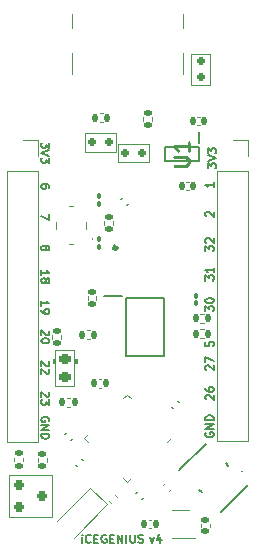
<source format=gbr>
%TF.GenerationSoftware,KiCad,Pcbnew,7.0.6*%
%TF.CreationDate,2023-07-23T20:03:58-07:00*%
%TF.ProjectId,iCEGenius,69434547-656e-4697-9573-2e6b69636164,rev?*%
%TF.SameCoordinates,Original*%
%TF.FileFunction,Legend,Top*%
%TF.FilePolarity,Positive*%
%FSLAX46Y46*%
G04 Gerber Fmt 4.6, Leading zero omitted, Abs format (unit mm)*
G04 Created by KiCad (PCBNEW 7.0.6) date 2023-07-23 20:03:58*
%MOMM*%
%LPD*%
G01*
G04 APERTURE LIST*
G04 Aperture macros list*
%AMRoundRect*
0 Rectangle with rounded corners*
0 $1 Rounding radius*
0 $2 $3 $4 $5 $6 $7 $8 $9 X,Y pos of 4 corners*
0 Add a 4 corners polygon primitive as box body*
4,1,4,$2,$3,$4,$5,$6,$7,$8,$9,$2,$3,0*
0 Add four circle primitives for the rounded corners*
1,1,$1+$1,$2,$3*
1,1,$1+$1,$4,$5*
1,1,$1+$1,$6,$7*
1,1,$1+$1,$8,$9*
0 Add four rect primitives between the rounded corners*
20,1,$1+$1,$2,$3,$4,$5,0*
20,1,$1+$1,$4,$5,$6,$7,0*
20,1,$1+$1,$6,$7,$8,$9,0*
20,1,$1+$1,$8,$9,$2,$3,0*%
%AMRotRect*
0 Rectangle, with rotation*
0 The origin of the aperture is its center*
0 $1 length*
0 $2 width*
0 $3 Rotation angle, in degrees counterclockwise*
0 Add horizontal line*
21,1,$1,$2,0,0,$3*%
G04 Aperture macros list end*
%ADD10C,0.150000*%
%ADD11C,0.254000*%
%ADD12C,0.120000*%
%ADD13C,0.100000*%
%ADD14C,0.325000*%
%ADD15C,0.200000*%
%ADD16R,1.700000X1.700000*%
%ADD17O,1.700000X1.700000*%
%ADD18RoundRect,0.135000X-0.185000X0.135000X-0.185000X-0.135000X0.185000X-0.135000X0.185000X0.135000X0*%
%ADD19RoundRect,0.218750X-0.256250X0.218750X-0.256250X-0.218750X0.256250X-0.218750X0.256250X0.218750X0*%
%ADD20RoundRect,0.140000X-0.021213X0.219203X-0.219203X0.021213X0.021213X-0.219203X0.219203X-0.021213X0*%
%ADD21RoundRect,0.150000X-0.150000X-0.200000X0.150000X-0.200000X0.150000X0.200000X-0.150000X0.200000X0*%
%ADD22RoundRect,0.062500X0.220971X0.309359X-0.309359X-0.220971X-0.220971X-0.309359X0.309359X0.220971X0*%
%ADD23RoundRect,0.062500X-0.220971X0.309359X-0.309359X0.220971X0.220971X-0.309359X0.309359X-0.220971X0*%
%ADD24RotRect,3.100000X3.100000X225.000000*%
%ADD25R,1.100000X1.300000*%
%ADD26RotRect,0.350000X0.850000X135.000000*%
%ADD27RotRect,0.350000X0.850000X45.000000*%
%ADD28RotRect,3.350000X3.350000X45.000000*%
%ADD29RoundRect,0.100000X0.021213X0.162635X-0.162635X-0.021213X-0.021213X-0.162635X0.162635X0.021213X0*%
%ADD30RoundRect,0.200000X-0.250000X-0.200000X0.250000X-0.200000X0.250000X0.200000X-0.250000X0.200000X0*%
%ADD31R,0.650000X0.400000*%
%ADD32RoundRect,0.135000X0.135000X0.185000X-0.135000X0.185000X-0.135000X-0.185000X0.135000X-0.185000X0*%
%ADD33RoundRect,0.135000X-0.135000X-0.185000X0.135000X-0.185000X0.135000X0.185000X-0.135000X0.185000X0*%
%ADD34R,1.525000X0.700000*%
%ADD35RoundRect,0.100000X-0.021213X-0.162635X0.162635X0.021213X0.021213X0.162635X-0.162635X-0.021213X0*%
%ADD36RoundRect,0.140000X-0.219203X-0.021213X-0.021213X-0.219203X0.219203X0.021213X0.021213X0.219203X0*%
%ADD37RoundRect,0.100000X-0.100000X0.130000X-0.100000X-0.130000X0.100000X-0.130000X0.100000X0.130000X0*%
%ADD38RoundRect,0.100000X-0.162635X0.021213X0.021213X-0.162635X0.162635X-0.021213X-0.021213X0.162635X0*%
%ADD39R,0.600000X0.900000*%
%ADD40RoundRect,0.135000X0.185000X-0.135000X0.185000X0.135000X-0.185000X0.135000X-0.185000X-0.135000X0*%
%ADD41RoundRect,0.150000X0.150000X0.200000X-0.150000X0.200000X-0.150000X-0.200000X0.150000X-0.200000X0*%
%ADD42RoundRect,0.140000X0.021213X-0.219203X0.219203X-0.021213X-0.021213X0.219203X-0.219203X0.021213X0*%
%ADD43RoundRect,0.140000X0.140000X0.170000X-0.140000X0.170000X-0.140000X-0.170000X0.140000X-0.170000X0*%
%ADD44RoundRect,0.100000X0.162635X-0.021213X-0.021213X0.162635X-0.162635X0.021213X0.021213X-0.162635X0*%
%ADD45RoundRect,0.100000X0.100000X-0.130000X0.100000X0.130000X-0.100000X0.130000X-0.100000X-0.130000X0*%
%ADD46RoundRect,0.140000X0.170000X-0.140000X0.170000X0.140000X-0.170000X0.140000X-0.170000X-0.140000X0*%
%ADD47RoundRect,0.150000X0.200000X-0.150000X0.200000X0.150000X-0.200000X0.150000X-0.200000X-0.150000X0*%
%ADD48C,0.650000*%
%ADD49R,0.600000X1.150000*%
%ADD50R,0.300000X1.150000*%
%ADD51O,1.000000X2.100000*%
%ADD52O,1.000000X1.800000*%
%ADD53RotRect,1.500000X1.700000X225.000000*%
%ADD54RoundRect,0.140000X-0.140000X-0.170000X0.140000X-0.170000X0.140000X0.170000X-0.140000X0.170000X0*%
%ADD55RoundRect,0.225000X-0.106066X0.424264X-0.424264X0.106066X0.106066X-0.424264X0.424264X-0.106066X0*%
G04 APERTURE END LIST*
D10*
X148693466Y-98632017D02*
X148693466Y-98232017D01*
X148693466Y-98432017D02*
X149393466Y-98432017D01*
X149393466Y-98432017D02*
X149293466Y-98365350D01*
X149293466Y-98365350D02*
X149226800Y-98298684D01*
X149226800Y-98298684D02*
X149193466Y-98232017D01*
X149093466Y-99032017D02*
X149126800Y-98965351D01*
X149126800Y-98965351D02*
X149160133Y-98932017D01*
X149160133Y-98932017D02*
X149226800Y-98898684D01*
X149226800Y-98898684D02*
X149260133Y-98898684D01*
X149260133Y-98898684D02*
X149326800Y-98932017D01*
X149326800Y-98932017D02*
X149360133Y-98965351D01*
X149360133Y-98965351D02*
X149393466Y-99032017D01*
X149393466Y-99032017D02*
X149393466Y-99165351D01*
X149393466Y-99165351D02*
X149360133Y-99232017D01*
X149360133Y-99232017D02*
X149326800Y-99265351D01*
X149326800Y-99265351D02*
X149260133Y-99298684D01*
X149260133Y-99298684D02*
X149226800Y-99298684D01*
X149226800Y-99298684D02*
X149160133Y-99265351D01*
X149160133Y-99265351D02*
X149126800Y-99232017D01*
X149126800Y-99232017D02*
X149093466Y-99165351D01*
X149093466Y-99165351D02*
X149093466Y-99032017D01*
X149093466Y-99032017D02*
X149060133Y-98965351D01*
X149060133Y-98965351D02*
X149026800Y-98932017D01*
X149026800Y-98932017D02*
X148960133Y-98898684D01*
X148960133Y-98898684D02*
X148826800Y-98898684D01*
X148826800Y-98898684D02*
X148760133Y-98932017D01*
X148760133Y-98932017D02*
X148726800Y-98965351D01*
X148726800Y-98965351D02*
X148693466Y-99032017D01*
X148693466Y-99032017D02*
X148693466Y-99165351D01*
X148693466Y-99165351D02*
X148726800Y-99232017D01*
X148726800Y-99232017D02*
X148760133Y-99265351D01*
X148760133Y-99265351D02*
X148826800Y-99298684D01*
X148826800Y-99298684D02*
X148960133Y-99298684D01*
X148960133Y-99298684D02*
X149026800Y-99265351D01*
X149026800Y-99265351D02*
X149060133Y-99232017D01*
X149060133Y-99232017D02*
X149093466Y-99165351D01*
X162673200Y-109167982D02*
X162639866Y-109134649D01*
X162639866Y-109134649D02*
X162606533Y-109067982D01*
X162606533Y-109067982D02*
X162606533Y-108901316D01*
X162606533Y-108901316D02*
X162639866Y-108834649D01*
X162639866Y-108834649D02*
X162673200Y-108801316D01*
X162673200Y-108801316D02*
X162739866Y-108767982D01*
X162739866Y-108767982D02*
X162806533Y-108767982D01*
X162806533Y-108767982D02*
X162906533Y-108801316D01*
X162906533Y-108801316D02*
X163306533Y-109201316D01*
X163306533Y-109201316D02*
X163306533Y-108767982D01*
X162606533Y-108167982D02*
X162606533Y-108301315D01*
X162606533Y-108301315D02*
X162639866Y-108367982D01*
X162639866Y-108367982D02*
X162673200Y-108401315D01*
X162673200Y-108401315D02*
X162773200Y-108467982D01*
X162773200Y-108467982D02*
X162906533Y-108501315D01*
X162906533Y-108501315D02*
X163173200Y-108501315D01*
X163173200Y-108501315D02*
X163239866Y-108467982D01*
X163239866Y-108467982D02*
X163273200Y-108434649D01*
X163273200Y-108434649D02*
X163306533Y-108367982D01*
X163306533Y-108367982D02*
X163306533Y-108234649D01*
X163306533Y-108234649D02*
X163273200Y-108167982D01*
X163273200Y-108167982D02*
X163239866Y-108134649D01*
X163239866Y-108134649D02*
X163173200Y-108101315D01*
X163173200Y-108101315D02*
X163006533Y-108101315D01*
X163006533Y-108101315D02*
X162939866Y-108134649D01*
X162939866Y-108134649D02*
X162906533Y-108167982D01*
X162906533Y-108167982D02*
X162873200Y-108234649D01*
X162873200Y-108234649D02*
X162873200Y-108367982D01*
X162873200Y-108367982D02*
X162906533Y-108434649D01*
X162906533Y-108434649D02*
X162939866Y-108467982D01*
X162939866Y-108467982D02*
X163006533Y-108501315D01*
X162606533Y-101701317D02*
X162606533Y-101267983D01*
X162606533Y-101267983D02*
X162873200Y-101501317D01*
X162873200Y-101501317D02*
X162873200Y-101401317D01*
X162873200Y-101401317D02*
X162906533Y-101334650D01*
X162906533Y-101334650D02*
X162939866Y-101301317D01*
X162939866Y-101301317D02*
X163006533Y-101267983D01*
X163006533Y-101267983D02*
X163173200Y-101267983D01*
X163173200Y-101267983D02*
X163239866Y-101301317D01*
X163239866Y-101301317D02*
X163273200Y-101334650D01*
X163273200Y-101334650D02*
X163306533Y-101401317D01*
X163306533Y-101401317D02*
X163306533Y-101601317D01*
X163306533Y-101601317D02*
X163273200Y-101667983D01*
X163273200Y-101667983D02*
X163239866Y-101701317D01*
X162606533Y-100834650D02*
X162606533Y-100767983D01*
X162606533Y-100767983D02*
X162639866Y-100701316D01*
X162639866Y-100701316D02*
X162673200Y-100667983D01*
X162673200Y-100667983D02*
X162739866Y-100634650D01*
X162739866Y-100634650D02*
X162873200Y-100601316D01*
X162873200Y-100601316D02*
X163039866Y-100601316D01*
X163039866Y-100601316D02*
X163173200Y-100634650D01*
X163173200Y-100634650D02*
X163239866Y-100667983D01*
X163239866Y-100667983D02*
X163273200Y-100701316D01*
X163273200Y-100701316D02*
X163306533Y-100767983D01*
X163306533Y-100767983D02*
X163306533Y-100834650D01*
X163306533Y-100834650D02*
X163273200Y-100901316D01*
X163273200Y-100901316D02*
X163239866Y-100934650D01*
X163239866Y-100934650D02*
X163173200Y-100967983D01*
X163173200Y-100967983D02*
X163039866Y-101001316D01*
X163039866Y-101001316D02*
X162873200Y-101001316D01*
X162873200Y-101001316D02*
X162739866Y-100967983D01*
X162739866Y-100967983D02*
X162673200Y-100934650D01*
X162673200Y-100934650D02*
X162639866Y-100901316D01*
X162639866Y-100901316D02*
X162606533Y-100834650D01*
X162639866Y-111967982D02*
X162606533Y-112034649D01*
X162606533Y-112034649D02*
X162606533Y-112134649D01*
X162606533Y-112134649D02*
X162639866Y-112234649D01*
X162639866Y-112234649D02*
X162706533Y-112301316D01*
X162706533Y-112301316D02*
X162773200Y-112334649D01*
X162773200Y-112334649D02*
X162906533Y-112367982D01*
X162906533Y-112367982D02*
X163006533Y-112367982D01*
X163006533Y-112367982D02*
X163139866Y-112334649D01*
X163139866Y-112334649D02*
X163206533Y-112301316D01*
X163206533Y-112301316D02*
X163273200Y-112234649D01*
X163273200Y-112234649D02*
X163306533Y-112134649D01*
X163306533Y-112134649D02*
X163306533Y-112067982D01*
X163306533Y-112067982D02*
X163273200Y-111967982D01*
X163273200Y-111967982D02*
X163239866Y-111934649D01*
X163239866Y-111934649D02*
X163006533Y-111934649D01*
X163006533Y-111934649D02*
X163006533Y-112067982D01*
X163306533Y-111634649D02*
X162606533Y-111634649D01*
X162606533Y-111634649D02*
X163306533Y-111234649D01*
X163306533Y-111234649D02*
X162606533Y-111234649D01*
X163306533Y-110901316D02*
X162606533Y-110901316D01*
X162606533Y-110901316D02*
X162606533Y-110734649D01*
X162606533Y-110734649D02*
X162639866Y-110634649D01*
X162639866Y-110634649D02*
X162706533Y-110567983D01*
X162706533Y-110567983D02*
X162773200Y-110534649D01*
X162773200Y-110534649D02*
X162906533Y-110501316D01*
X162906533Y-110501316D02*
X163006533Y-110501316D01*
X163006533Y-110501316D02*
X163139866Y-110534649D01*
X163139866Y-110534649D02*
X163206533Y-110567983D01*
X163206533Y-110567983D02*
X163273200Y-110634649D01*
X163273200Y-110634649D02*
X163306533Y-110734649D01*
X163306533Y-110734649D02*
X163306533Y-110901316D01*
X163306533Y-90767982D02*
X163306533Y-91167982D01*
X163306533Y-90967982D02*
X162606533Y-90967982D01*
X162606533Y-90967982D02*
X162706533Y-91034649D01*
X162706533Y-91034649D02*
X162773200Y-91101316D01*
X162773200Y-91101316D02*
X162806533Y-91167982D01*
X162606533Y-104301316D02*
X162606533Y-104634649D01*
X162606533Y-104634649D02*
X162939866Y-104667982D01*
X162939866Y-104667982D02*
X162906533Y-104634649D01*
X162906533Y-104634649D02*
X162873200Y-104567982D01*
X162873200Y-104567982D02*
X162873200Y-104401316D01*
X162873200Y-104401316D02*
X162906533Y-104334649D01*
X162906533Y-104334649D02*
X162939866Y-104301316D01*
X162939866Y-104301316D02*
X163006533Y-104267982D01*
X163006533Y-104267982D02*
X163173200Y-104267982D01*
X163173200Y-104267982D02*
X163239866Y-104301316D01*
X163239866Y-104301316D02*
X163273200Y-104334649D01*
X163273200Y-104334649D02*
X163306533Y-104401316D01*
X163306533Y-104401316D02*
X163306533Y-104567982D01*
X163306533Y-104567982D02*
X163273200Y-104634649D01*
X163273200Y-104634649D02*
X163239866Y-104667982D01*
X152165350Y-121306533D02*
X152165350Y-120839866D01*
X152165350Y-120606533D02*
X152132017Y-120639866D01*
X152132017Y-120639866D02*
X152165350Y-120673200D01*
X152165350Y-120673200D02*
X152198684Y-120639866D01*
X152198684Y-120639866D02*
X152165350Y-120606533D01*
X152165350Y-120606533D02*
X152165350Y-120673200D01*
X152898683Y-121239866D02*
X152865350Y-121273200D01*
X152865350Y-121273200D02*
X152765350Y-121306533D01*
X152765350Y-121306533D02*
X152698683Y-121306533D01*
X152698683Y-121306533D02*
X152598683Y-121273200D01*
X152598683Y-121273200D02*
X152532017Y-121206533D01*
X152532017Y-121206533D02*
X152498683Y-121139866D01*
X152498683Y-121139866D02*
X152465350Y-121006533D01*
X152465350Y-121006533D02*
X152465350Y-120906533D01*
X152465350Y-120906533D02*
X152498683Y-120773200D01*
X152498683Y-120773200D02*
X152532017Y-120706533D01*
X152532017Y-120706533D02*
X152598683Y-120639866D01*
X152598683Y-120639866D02*
X152698683Y-120606533D01*
X152698683Y-120606533D02*
X152765350Y-120606533D01*
X152765350Y-120606533D02*
X152865350Y-120639866D01*
X152865350Y-120639866D02*
X152898683Y-120673200D01*
X153198683Y-120939866D02*
X153432017Y-120939866D01*
X153532017Y-121306533D02*
X153198683Y-121306533D01*
X153198683Y-121306533D02*
X153198683Y-120606533D01*
X153198683Y-120606533D02*
X153532017Y-120606533D01*
X154198683Y-120639866D02*
X154132016Y-120606533D01*
X154132016Y-120606533D02*
X154032016Y-120606533D01*
X154032016Y-120606533D02*
X153932016Y-120639866D01*
X153932016Y-120639866D02*
X153865350Y-120706533D01*
X153865350Y-120706533D02*
X153832016Y-120773200D01*
X153832016Y-120773200D02*
X153798683Y-120906533D01*
X153798683Y-120906533D02*
X153798683Y-121006533D01*
X153798683Y-121006533D02*
X153832016Y-121139866D01*
X153832016Y-121139866D02*
X153865350Y-121206533D01*
X153865350Y-121206533D02*
X153932016Y-121273200D01*
X153932016Y-121273200D02*
X154032016Y-121306533D01*
X154032016Y-121306533D02*
X154098683Y-121306533D01*
X154098683Y-121306533D02*
X154198683Y-121273200D01*
X154198683Y-121273200D02*
X154232016Y-121239866D01*
X154232016Y-121239866D02*
X154232016Y-121006533D01*
X154232016Y-121006533D02*
X154098683Y-121006533D01*
X154532016Y-120939866D02*
X154765350Y-120939866D01*
X154865350Y-121306533D02*
X154532016Y-121306533D01*
X154532016Y-121306533D02*
X154532016Y-120606533D01*
X154532016Y-120606533D02*
X154865350Y-120606533D01*
X155165349Y-121306533D02*
X155165349Y-120606533D01*
X155165349Y-120606533D02*
X155565349Y-121306533D01*
X155565349Y-121306533D02*
X155565349Y-120606533D01*
X155898682Y-121306533D02*
X155898682Y-120606533D01*
X156232015Y-120606533D02*
X156232015Y-121173200D01*
X156232015Y-121173200D02*
X156265349Y-121239866D01*
X156265349Y-121239866D02*
X156298682Y-121273200D01*
X156298682Y-121273200D02*
X156365349Y-121306533D01*
X156365349Y-121306533D02*
X156498682Y-121306533D01*
X156498682Y-121306533D02*
X156565349Y-121273200D01*
X156565349Y-121273200D02*
X156598682Y-121239866D01*
X156598682Y-121239866D02*
X156632015Y-121173200D01*
X156632015Y-121173200D02*
X156632015Y-120606533D01*
X156932015Y-121273200D02*
X157032015Y-121306533D01*
X157032015Y-121306533D02*
X157198682Y-121306533D01*
X157198682Y-121306533D02*
X157265348Y-121273200D01*
X157265348Y-121273200D02*
X157298682Y-121239866D01*
X157298682Y-121239866D02*
X157332015Y-121173200D01*
X157332015Y-121173200D02*
X157332015Y-121106533D01*
X157332015Y-121106533D02*
X157298682Y-121039866D01*
X157298682Y-121039866D02*
X157265348Y-121006533D01*
X157265348Y-121006533D02*
X157198682Y-120973200D01*
X157198682Y-120973200D02*
X157065348Y-120939866D01*
X157065348Y-120939866D02*
X156998682Y-120906533D01*
X156998682Y-120906533D02*
X156965348Y-120873200D01*
X156965348Y-120873200D02*
X156932015Y-120806533D01*
X156932015Y-120806533D02*
X156932015Y-120739866D01*
X156932015Y-120739866D02*
X156965348Y-120673200D01*
X156965348Y-120673200D02*
X156998682Y-120639866D01*
X156998682Y-120639866D02*
X157065348Y-120606533D01*
X157065348Y-120606533D02*
X157232015Y-120606533D01*
X157232015Y-120606533D02*
X157332015Y-120639866D01*
X149326800Y-105932017D02*
X149360133Y-105965350D01*
X149360133Y-105965350D02*
X149393466Y-106032017D01*
X149393466Y-106032017D02*
X149393466Y-106198684D01*
X149393466Y-106198684D02*
X149360133Y-106265350D01*
X149360133Y-106265350D02*
X149326800Y-106298684D01*
X149326800Y-106298684D02*
X149260133Y-106332017D01*
X149260133Y-106332017D02*
X149193466Y-106332017D01*
X149193466Y-106332017D02*
X149093466Y-106298684D01*
X149093466Y-106298684D02*
X148693466Y-105898684D01*
X148693466Y-105898684D02*
X148693466Y-106332017D01*
X149326800Y-106598684D02*
X149360133Y-106632017D01*
X149360133Y-106632017D02*
X149393466Y-106698684D01*
X149393466Y-106698684D02*
X149393466Y-106865351D01*
X149393466Y-106865351D02*
X149360133Y-106932017D01*
X149360133Y-106932017D02*
X149326800Y-106965351D01*
X149326800Y-106965351D02*
X149260133Y-106998684D01*
X149260133Y-106998684D02*
X149193466Y-106998684D01*
X149193466Y-106998684D02*
X149093466Y-106965351D01*
X149093466Y-106965351D02*
X148693466Y-106565351D01*
X148693466Y-106565351D02*
X148693466Y-106998684D01*
X162673200Y-93667982D02*
X162639866Y-93634649D01*
X162639866Y-93634649D02*
X162606533Y-93567982D01*
X162606533Y-93567982D02*
X162606533Y-93401316D01*
X162606533Y-93401316D02*
X162639866Y-93334649D01*
X162639866Y-93334649D02*
X162673200Y-93301316D01*
X162673200Y-93301316D02*
X162739866Y-93267982D01*
X162739866Y-93267982D02*
X162806533Y-93267982D01*
X162806533Y-93267982D02*
X162906533Y-93301316D01*
X162906533Y-93301316D02*
X163306533Y-93701316D01*
X163306533Y-93701316D02*
X163306533Y-93267982D01*
X149393466Y-93498684D02*
X149393466Y-93965350D01*
X149393466Y-93965350D02*
X148693466Y-93665350D01*
X149326800Y-108532017D02*
X149360133Y-108565350D01*
X149360133Y-108565350D02*
X149393466Y-108632017D01*
X149393466Y-108632017D02*
X149393466Y-108798684D01*
X149393466Y-108798684D02*
X149360133Y-108865350D01*
X149360133Y-108865350D02*
X149326800Y-108898684D01*
X149326800Y-108898684D02*
X149260133Y-108932017D01*
X149260133Y-108932017D02*
X149193466Y-108932017D01*
X149193466Y-108932017D02*
X149093466Y-108898684D01*
X149093466Y-108898684D02*
X148693466Y-108498684D01*
X148693466Y-108498684D02*
X148693466Y-108932017D01*
X149393466Y-109165351D02*
X149393466Y-109598684D01*
X149393466Y-109598684D02*
X149126800Y-109365351D01*
X149126800Y-109365351D02*
X149126800Y-109465351D01*
X149126800Y-109465351D02*
X149093466Y-109532017D01*
X149093466Y-109532017D02*
X149060133Y-109565351D01*
X149060133Y-109565351D02*
X148993466Y-109598684D01*
X148993466Y-109598684D02*
X148826800Y-109598684D01*
X148826800Y-109598684D02*
X148760133Y-109565351D01*
X148760133Y-109565351D02*
X148726800Y-109532017D01*
X148726800Y-109532017D02*
X148693466Y-109465351D01*
X148693466Y-109465351D02*
X148693466Y-109265351D01*
X148693466Y-109265351D02*
X148726800Y-109198684D01*
X148726800Y-109198684D02*
X148760133Y-109165351D01*
X162791533Y-89601316D02*
X162791533Y-89167982D01*
X162791533Y-89167982D02*
X163058200Y-89401316D01*
X163058200Y-89401316D02*
X163058200Y-89301316D01*
X163058200Y-89301316D02*
X163091533Y-89234649D01*
X163091533Y-89234649D02*
X163124866Y-89201316D01*
X163124866Y-89201316D02*
X163191533Y-89167982D01*
X163191533Y-89167982D02*
X163358200Y-89167982D01*
X163358200Y-89167982D02*
X163424866Y-89201316D01*
X163424866Y-89201316D02*
X163458200Y-89234649D01*
X163458200Y-89234649D02*
X163491533Y-89301316D01*
X163491533Y-89301316D02*
X163491533Y-89501316D01*
X163491533Y-89501316D02*
X163458200Y-89567982D01*
X163458200Y-89567982D02*
X163424866Y-89601316D01*
X162791533Y-88967982D02*
X163491533Y-88734649D01*
X163491533Y-88734649D02*
X162791533Y-88501315D01*
X162791533Y-88334649D02*
X162791533Y-87901315D01*
X162791533Y-87901315D02*
X163058200Y-88134649D01*
X163058200Y-88134649D02*
X163058200Y-88034649D01*
X163058200Y-88034649D02*
X163091533Y-87967982D01*
X163091533Y-87967982D02*
X163124866Y-87934649D01*
X163124866Y-87934649D02*
X163191533Y-87901315D01*
X163191533Y-87901315D02*
X163358200Y-87901315D01*
X163358200Y-87901315D02*
X163424866Y-87934649D01*
X163424866Y-87934649D02*
X163458200Y-87967982D01*
X163458200Y-87967982D02*
X163491533Y-88034649D01*
X163491533Y-88034649D02*
X163491533Y-88234649D01*
X163491533Y-88234649D02*
X163458200Y-88301315D01*
X163458200Y-88301315D02*
X163424866Y-88334649D01*
X157898684Y-120839866D02*
X158065350Y-121306533D01*
X158065350Y-121306533D02*
X158232017Y-120839866D01*
X158798683Y-120839866D02*
X158798683Y-121306533D01*
X158632017Y-120573200D02*
X158465350Y-121073200D01*
X158465350Y-121073200D02*
X158898683Y-121073200D01*
X162606533Y-99101316D02*
X162606533Y-98667982D01*
X162606533Y-98667982D02*
X162873200Y-98901316D01*
X162873200Y-98901316D02*
X162873200Y-98801316D01*
X162873200Y-98801316D02*
X162906533Y-98734649D01*
X162906533Y-98734649D02*
X162939866Y-98701316D01*
X162939866Y-98701316D02*
X163006533Y-98667982D01*
X163006533Y-98667982D02*
X163173200Y-98667982D01*
X163173200Y-98667982D02*
X163239866Y-98701316D01*
X163239866Y-98701316D02*
X163273200Y-98734649D01*
X163273200Y-98734649D02*
X163306533Y-98801316D01*
X163306533Y-98801316D02*
X163306533Y-99001316D01*
X163306533Y-99001316D02*
X163273200Y-99067982D01*
X163273200Y-99067982D02*
X163239866Y-99101316D01*
X163306533Y-98001315D02*
X163306533Y-98401315D01*
X163306533Y-98201315D02*
X162606533Y-98201315D01*
X162606533Y-98201315D02*
X162706533Y-98267982D01*
X162706533Y-98267982D02*
X162773200Y-98334649D01*
X162773200Y-98334649D02*
X162806533Y-98401315D01*
X148693466Y-101232017D02*
X148693466Y-100832017D01*
X148693466Y-101032017D02*
X149393466Y-101032017D01*
X149393466Y-101032017D02*
X149293466Y-100965350D01*
X149293466Y-100965350D02*
X149226800Y-100898684D01*
X149226800Y-100898684D02*
X149193466Y-100832017D01*
X148693466Y-101565351D02*
X148693466Y-101698684D01*
X148693466Y-101698684D02*
X148726800Y-101765351D01*
X148726800Y-101765351D02*
X148760133Y-101798684D01*
X148760133Y-101798684D02*
X148860133Y-101865351D01*
X148860133Y-101865351D02*
X148993466Y-101898684D01*
X148993466Y-101898684D02*
X149260133Y-101898684D01*
X149260133Y-101898684D02*
X149326800Y-101865351D01*
X149326800Y-101865351D02*
X149360133Y-101832017D01*
X149360133Y-101832017D02*
X149393466Y-101765351D01*
X149393466Y-101765351D02*
X149393466Y-101632017D01*
X149393466Y-101632017D02*
X149360133Y-101565351D01*
X149360133Y-101565351D02*
X149326800Y-101532017D01*
X149326800Y-101532017D02*
X149260133Y-101498684D01*
X149260133Y-101498684D02*
X149093466Y-101498684D01*
X149093466Y-101498684D02*
X149026800Y-101532017D01*
X149026800Y-101532017D02*
X148993466Y-101565351D01*
X148993466Y-101565351D02*
X148960133Y-101632017D01*
X148960133Y-101632017D02*
X148960133Y-101765351D01*
X148960133Y-101765351D02*
X148993466Y-101832017D01*
X148993466Y-101832017D02*
X149026800Y-101865351D01*
X149026800Y-101865351D02*
X149093466Y-101898684D01*
X149326800Y-103332017D02*
X149360133Y-103365350D01*
X149360133Y-103365350D02*
X149393466Y-103432017D01*
X149393466Y-103432017D02*
X149393466Y-103598684D01*
X149393466Y-103598684D02*
X149360133Y-103665350D01*
X149360133Y-103665350D02*
X149326800Y-103698684D01*
X149326800Y-103698684D02*
X149260133Y-103732017D01*
X149260133Y-103732017D02*
X149193466Y-103732017D01*
X149193466Y-103732017D02*
X149093466Y-103698684D01*
X149093466Y-103698684D02*
X148693466Y-103298684D01*
X148693466Y-103298684D02*
X148693466Y-103732017D01*
X149393466Y-104165351D02*
X149393466Y-104232017D01*
X149393466Y-104232017D02*
X149360133Y-104298684D01*
X149360133Y-104298684D02*
X149326800Y-104332017D01*
X149326800Y-104332017D02*
X149260133Y-104365351D01*
X149260133Y-104365351D02*
X149126800Y-104398684D01*
X149126800Y-104398684D02*
X148960133Y-104398684D01*
X148960133Y-104398684D02*
X148826800Y-104365351D01*
X148826800Y-104365351D02*
X148760133Y-104332017D01*
X148760133Y-104332017D02*
X148726800Y-104298684D01*
X148726800Y-104298684D02*
X148693466Y-104232017D01*
X148693466Y-104232017D02*
X148693466Y-104165351D01*
X148693466Y-104165351D02*
X148726800Y-104098684D01*
X148726800Y-104098684D02*
X148760133Y-104065351D01*
X148760133Y-104065351D02*
X148826800Y-104032017D01*
X148826800Y-104032017D02*
X148960133Y-103998684D01*
X148960133Y-103998684D02*
X149126800Y-103998684D01*
X149126800Y-103998684D02*
X149260133Y-104032017D01*
X149260133Y-104032017D02*
X149326800Y-104065351D01*
X149326800Y-104065351D02*
X149360133Y-104098684D01*
X149360133Y-104098684D02*
X149393466Y-104165351D01*
X149393466Y-87418684D02*
X149393466Y-87852017D01*
X149393466Y-87852017D02*
X149126800Y-87618684D01*
X149126800Y-87618684D02*
X149126800Y-87718684D01*
X149126800Y-87718684D02*
X149093466Y-87785350D01*
X149093466Y-87785350D02*
X149060133Y-87818684D01*
X149060133Y-87818684D02*
X148993466Y-87852017D01*
X148993466Y-87852017D02*
X148826800Y-87852017D01*
X148826800Y-87852017D02*
X148760133Y-87818684D01*
X148760133Y-87818684D02*
X148726800Y-87785350D01*
X148726800Y-87785350D02*
X148693466Y-87718684D01*
X148693466Y-87718684D02*
X148693466Y-87518684D01*
X148693466Y-87518684D02*
X148726800Y-87452017D01*
X148726800Y-87452017D02*
X148760133Y-87418684D01*
X149393466Y-88052017D02*
X148693466Y-88285351D01*
X148693466Y-88285351D02*
X149393466Y-88518684D01*
X149393466Y-88685351D02*
X149393466Y-89118684D01*
X149393466Y-89118684D02*
X149126800Y-88885351D01*
X149126800Y-88885351D02*
X149126800Y-88985351D01*
X149126800Y-88985351D02*
X149093466Y-89052017D01*
X149093466Y-89052017D02*
X149060133Y-89085351D01*
X149060133Y-89085351D02*
X148993466Y-89118684D01*
X148993466Y-89118684D02*
X148826800Y-89118684D01*
X148826800Y-89118684D02*
X148760133Y-89085351D01*
X148760133Y-89085351D02*
X148726800Y-89052017D01*
X148726800Y-89052017D02*
X148693466Y-88985351D01*
X148693466Y-88985351D02*
X148693466Y-88785351D01*
X148693466Y-88785351D02*
X148726800Y-88718684D01*
X148726800Y-88718684D02*
X148760133Y-88685351D01*
X149393466Y-91265350D02*
X149393466Y-91132017D01*
X149393466Y-91132017D02*
X149360133Y-91065350D01*
X149360133Y-91065350D02*
X149326800Y-91032017D01*
X149326800Y-91032017D02*
X149226800Y-90965350D01*
X149226800Y-90965350D02*
X149093466Y-90932017D01*
X149093466Y-90932017D02*
X148826800Y-90932017D01*
X148826800Y-90932017D02*
X148760133Y-90965350D01*
X148760133Y-90965350D02*
X148726800Y-90998684D01*
X148726800Y-90998684D02*
X148693466Y-91065350D01*
X148693466Y-91065350D02*
X148693466Y-91198684D01*
X148693466Y-91198684D02*
X148726800Y-91265350D01*
X148726800Y-91265350D02*
X148760133Y-91298684D01*
X148760133Y-91298684D02*
X148826800Y-91332017D01*
X148826800Y-91332017D02*
X148993466Y-91332017D01*
X148993466Y-91332017D02*
X149060133Y-91298684D01*
X149060133Y-91298684D02*
X149093466Y-91265350D01*
X149093466Y-91265350D02*
X149126800Y-91198684D01*
X149126800Y-91198684D02*
X149126800Y-91065350D01*
X149126800Y-91065350D02*
X149093466Y-90998684D01*
X149093466Y-90998684D02*
X149060133Y-90965350D01*
X149060133Y-90965350D02*
X148993466Y-90932017D01*
X162673200Y-106667982D02*
X162639866Y-106634649D01*
X162639866Y-106634649D02*
X162606533Y-106567982D01*
X162606533Y-106567982D02*
X162606533Y-106401316D01*
X162606533Y-106401316D02*
X162639866Y-106334649D01*
X162639866Y-106334649D02*
X162673200Y-106301316D01*
X162673200Y-106301316D02*
X162739866Y-106267982D01*
X162739866Y-106267982D02*
X162806533Y-106267982D01*
X162806533Y-106267982D02*
X162906533Y-106301316D01*
X162906533Y-106301316D02*
X163306533Y-106701316D01*
X163306533Y-106701316D02*
X163306533Y-106267982D01*
X162606533Y-106034649D02*
X162606533Y-105567982D01*
X162606533Y-105567982D02*
X163306533Y-105867982D01*
X149360133Y-111032017D02*
X149393466Y-110965350D01*
X149393466Y-110965350D02*
X149393466Y-110865350D01*
X149393466Y-110865350D02*
X149360133Y-110765350D01*
X149360133Y-110765350D02*
X149293466Y-110698684D01*
X149293466Y-110698684D02*
X149226800Y-110665350D01*
X149226800Y-110665350D02*
X149093466Y-110632017D01*
X149093466Y-110632017D02*
X148993466Y-110632017D01*
X148993466Y-110632017D02*
X148860133Y-110665350D01*
X148860133Y-110665350D02*
X148793466Y-110698684D01*
X148793466Y-110698684D02*
X148726800Y-110765350D01*
X148726800Y-110765350D02*
X148693466Y-110865350D01*
X148693466Y-110865350D02*
X148693466Y-110932017D01*
X148693466Y-110932017D02*
X148726800Y-111032017D01*
X148726800Y-111032017D02*
X148760133Y-111065350D01*
X148760133Y-111065350D02*
X148993466Y-111065350D01*
X148993466Y-111065350D02*
X148993466Y-110932017D01*
X148693466Y-111365350D02*
X149393466Y-111365350D01*
X149393466Y-111365350D02*
X148693466Y-111765350D01*
X148693466Y-111765350D02*
X149393466Y-111765350D01*
X148693466Y-112098683D02*
X149393466Y-112098683D01*
X149393466Y-112098683D02*
X149393466Y-112265350D01*
X149393466Y-112265350D02*
X149360133Y-112365350D01*
X149360133Y-112365350D02*
X149293466Y-112432017D01*
X149293466Y-112432017D02*
X149226800Y-112465350D01*
X149226800Y-112465350D02*
X149093466Y-112498683D01*
X149093466Y-112498683D02*
X148993466Y-112498683D01*
X148993466Y-112498683D02*
X148860133Y-112465350D01*
X148860133Y-112465350D02*
X148793466Y-112432017D01*
X148793466Y-112432017D02*
X148726800Y-112365350D01*
X148726800Y-112365350D02*
X148693466Y-112265350D01*
X148693466Y-112265350D02*
X148693466Y-112098683D01*
X162606533Y-96601316D02*
X162606533Y-96167982D01*
X162606533Y-96167982D02*
X162873200Y-96401316D01*
X162873200Y-96401316D02*
X162873200Y-96301316D01*
X162873200Y-96301316D02*
X162906533Y-96234649D01*
X162906533Y-96234649D02*
X162939866Y-96201316D01*
X162939866Y-96201316D02*
X163006533Y-96167982D01*
X163006533Y-96167982D02*
X163173200Y-96167982D01*
X163173200Y-96167982D02*
X163239866Y-96201316D01*
X163239866Y-96201316D02*
X163273200Y-96234649D01*
X163273200Y-96234649D02*
X163306533Y-96301316D01*
X163306533Y-96301316D02*
X163306533Y-96501316D01*
X163306533Y-96501316D02*
X163273200Y-96567982D01*
X163273200Y-96567982D02*
X163239866Y-96601316D01*
X162673200Y-95901315D02*
X162639866Y-95867982D01*
X162639866Y-95867982D02*
X162606533Y-95801315D01*
X162606533Y-95801315D02*
X162606533Y-95634649D01*
X162606533Y-95634649D02*
X162639866Y-95567982D01*
X162639866Y-95567982D02*
X162673200Y-95534649D01*
X162673200Y-95534649D02*
X162739866Y-95501315D01*
X162739866Y-95501315D02*
X162806533Y-95501315D01*
X162806533Y-95501315D02*
X162906533Y-95534649D01*
X162906533Y-95534649D02*
X163306533Y-95934649D01*
X163306533Y-95934649D02*
X163306533Y-95501315D01*
X149093466Y-96265350D02*
X149126800Y-96198684D01*
X149126800Y-96198684D02*
X149160133Y-96165350D01*
X149160133Y-96165350D02*
X149226800Y-96132017D01*
X149226800Y-96132017D02*
X149260133Y-96132017D01*
X149260133Y-96132017D02*
X149326800Y-96165350D01*
X149326800Y-96165350D02*
X149360133Y-96198684D01*
X149360133Y-96198684D02*
X149393466Y-96265350D01*
X149393466Y-96265350D02*
X149393466Y-96398684D01*
X149393466Y-96398684D02*
X149360133Y-96465350D01*
X149360133Y-96465350D02*
X149326800Y-96498684D01*
X149326800Y-96498684D02*
X149260133Y-96532017D01*
X149260133Y-96532017D02*
X149226800Y-96532017D01*
X149226800Y-96532017D02*
X149160133Y-96498684D01*
X149160133Y-96498684D02*
X149126800Y-96465350D01*
X149126800Y-96465350D02*
X149093466Y-96398684D01*
X149093466Y-96398684D02*
X149093466Y-96265350D01*
X149093466Y-96265350D02*
X149060133Y-96198684D01*
X149060133Y-96198684D02*
X149026800Y-96165350D01*
X149026800Y-96165350D02*
X148960133Y-96132017D01*
X148960133Y-96132017D02*
X148826800Y-96132017D01*
X148826800Y-96132017D02*
X148760133Y-96165350D01*
X148760133Y-96165350D02*
X148726800Y-96198684D01*
X148726800Y-96198684D02*
X148693466Y-96265350D01*
X148693466Y-96265350D02*
X148693466Y-96398684D01*
X148693466Y-96398684D02*
X148726800Y-96465350D01*
X148726800Y-96465350D02*
X148760133Y-96498684D01*
X148760133Y-96498684D02*
X148826800Y-96532017D01*
X148826800Y-96532017D02*
X148960133Y-96532017D01*
X148960133Y-96532017D02*
X149026800Y-96498684D01*
X149026800Y-96498684D02*
X149060133Y-96465350D01*
X149060133Y-96465350D02*
X149093466Y-96398684D01*
D11*
X159904318Y-89367619D02*
X160932413Y-89367619D01*
X160932413Y-89367619D02*
X161053365Y-89307142D01*
X161053365Y-89307142D02*
X161113842Y-89246666D01*
X161113842Y-89246666D02*
X161174318Y-89125714D01*
X161174318Y-89125714D02*
X161174318Y-88883809D01*
X161174318Y-88883809D02*
X161113842Y-88762857D01*
X161113842Y-88762857D02*
X161053365Y-88702380D01*
X161053365Y-88702380D02*
X160932413Y-88641904D01*
X160932413Y-88641904D02*
X159904318Y-88641904D01*
X161174318Y-87371904D02*
X161174318Y-88097619D01*
X161174318Y-87734762D02*
X159904318Y-87734762D01*
X159904318Y-87734762D02*
X160085746Y-87855714D01*
X160085746Y-87855714D02*
X160206699Y-87976666D01*
X160206699Y-87976666D02*
X160267175Y-88097619D01*
D12*
%TO.C,J3*%
X163585000Y-89800000D02*
X163585000Y-112720000D01*
X163585000Y-89800000D02*
X166245000Y-89800000D01*
X163585000Y-112720000D02*
X166245000Y-112720000D01*
X164915000Y-87200000D02*
X166245000Y-87200000D01*
X166245000Y-87200000D02*
X166245000Y-88530000D01*
X166245000Y-89800000D02*
X166245000Y-112720000D01*
%TO.C,R1*%
X158080000Y-85246359D02*
X158080000Y-85553641D01*
X157320000Y-85246359D02*
X157320000Y-85553641D01*
%TO.C,D5*%
X151500000Y-105000000D02*
X149900000Y-105000000D01*
X149900000Y-105000000D02*
X149900000Y-108000000D01*
X151500000Y-108000000D02*
X151500000Y-105000000D01*
X149900000Y-108000000D02*
X151500000Y-108000000D01*
D13*
X151700000Y-106100000D02*
X151500000Y-106100000D01*
X151500000Y-105700000D01*
X151700000Y-105700000D01*
X151700000Y-106100000D01*
G36*
X151700000Y-106100000D02*
G01*
X151500000Y-106100000D01*
X151500000Y-105700000D01*
X151700000Y-105700000D01*
X151700000Y-106100000D01*
G37*
X149900000Y-106100000D02*
X149700000Y-106100000D01*
X149700000Y-105700000D01*
X149900000Y-105700000D01*
X149900000Y-106100000D01*
G36*
X149900000Y-106100000D02*
G01*
X149700000Y-106100000D01*
X149700000Y-105700000D01*
X149900000Y-105700000D01*
X149900000Y-106100000D01*
G37*
D12*
%TO.C,C14*%
X157330810Y-117478307D02*
X157178307Y-117630810D01*
X156821693Y-116969190D02*
X156669190Y-117121693D01*
%TO.C,D2*%
X157800000Y-89100000D02*
X157800000Y-87500000D01*
X157800000Y-87500000D02*
X155200000Y-87500000D01*
X155200000Y-89100000D02*
X157800000Y-89100000D01*
X155200000Y-87500000D02*
X155200000Y-89100000D01*
%TO.C,R10*%
X150380000Y-103733859D02*
X150380000Y-104041141D01*
X149620000Y-103733859D02*
X149620000Y-104041141D01*
%TO.C,U4*%
X156000000Y-108747893D02*
X156335876Y-109083768D01*
X159355222Y-112774866D02*
X159691097Y-112438990D01*
X155664124Y-109083768D02*
X156000000Y-108747893D01*
X156335876Y-115794212D02*
X156000000Y-116130087D01*
X152644778Y-112103114D02*
X152308903Y-112438990D01*
X156000000Y-116130087D02*
X155664124Y-115794212D01*
X152308903Y-112438990D02*
X152644778Y-112774866D01*
%TO.C,C18*%
X159696495Y-116746835D02*
X159543992Y-116899338D01*
X159187378Y-116237718D02*
X159034875Y-116390221D01*
D13*
%TO.C,Y1*%
X151025000Y-96000000D02*
X151425000Y-96000000D01*
X153025000Y-95600000D02*
X153025000Y-95600000D01*
X153025000Y-95500000D02*
X153025000Y-95500000D01*
X149975000Y-94700000D02*
X149975000Y-94100000D01*
X152475000Y-94700000D02*
X152475000Y-94100000D01*
X151025000Y-92800000D02*
X151425000Y-92800000D01*
X153025000Y-95500000D02*
G75*
G03*
X153025000Y-95600000I0J-50000D01*
G01*
X153025000Y-95600000D02*
G75*
G03*
X153025000Y-95500000I0J50000D01*
G01*
D14*
%TO.C,IC1*%
X155121253Y-96323911D02*
G75*
G03*
X155121253Y-96323911I-162499J0D01*
G01*
D12*
%TO.C,Q1*%
X146000000Y-115550000D02*
X146000000Y-119150000D01*
X146000000Y-119150000D02*
X149600000Y-119150000D01*
X149600000Y-115550000D02*
X146000000Y-115550000D01*
X149600000Y-119150000D02*
X149600000Y-115550000D01*
%TO.C,U2*%
X161200000Y-118540000D02*
X159800000Y-118540000D01*
X159800000Y-120860000D02*
X161700000Y-120860000D01*
%TO.C,R4*%
X162453641Y-102680000D02*
X162146359Y-102680000D01*
X162453641Y-101920000D02*
X162146359Y-101920000D01*
%TO.C,R6*%
X162146359Y-103220000D02*
X162453641Y-103220000D01*
X162146359Y-103980000D02*
X162453641Y-103980000D01*
%TO.C,R2*%
X153953641Y-85680000D02*
X153646359Y-85680000D01*
X153953641Y-84920000D02*
X153646359Y-84920000D01*
D15*
%TO.C,U3*%
X154025000Y-100395000D02*
X155550000Y-100395000D01*
X155900000Y-100550000D02*
X159100000Y-100550000D01*
X155900000Y-105450000D02*
X155900000Y-100550000D01*
X159100000Y-100550000D02*
X159100000Y-105450000D01*
X159100000Y-105450000D02*
X155900000Y-105450000D01*
D12*
%TO.C,C16*%
X152078307Y-114169190D02*
X152230810Y-114321693D01*
X151569190Y-114678307D02*
X151721693Y-114830810D01*
%TO.C,C24*%
X151330810Y-112478307D02*
X151178307Y-112630810D01*
X150821693Y-111969190D02*
X150669190Y-112121693D01*
%TO.C,R8*%
X151163640Y-109780000D02*
X150856358Y-109780000D01*
X151163640Y-109020000D02*
X150856358Y-109020000D01*
D15*
%TO.C,U1*%
X162100000Y-86550000D02*
X162100000Y-87450000D01*
X162050000Y-87800000D02*
X162050000Y-89000000D01*
X159150000Y-87800000D02*
X162050000Y-87800000D01*
X162050000Y-89000000D02*
X159150000Y-89000000D01*
X159150000Y-89000000D02*
X159150000Y-87800000D01*
D12*
%TO.C,R9*%
X148420000Y-114453641D02*
X148420000Y-114146359D01*
X149180000Y-114453641D02*
X149180000Y-114146359D01*
%TO.C,D4*%
X152400000Y-86600000D02*
X152400000Y-88200000D01*
X152400000Y-88200000D02*
X155000000Y-88200000D01*
X155000000Y-86600000D02*
X152400000Y-86600000D01*
X155000000Y-88200000D02*
X155000000Y-86600000D01*
%TO.C,C12*%
X154978307Y-117269190D02*
X155130810Y-117421693D01*
X154469190Y-117778307D02*
X154621693Y-117930810D01*
%TO.C,C5*%
X155369190Y-92221693D02*
X155521693Y-92069190D01*
X155878307Y-92730810D02*
X156030810Y-92578307D01*
%TO.C,C22*%
X153787836Y-108160000D02*
X153572164Y-108160000D01*
X153787836Y-107440000D02*
X153572164Y-107440000D01*
%TO.C,R5*%
X152546359Y-103320000D02*
X152853641Y-103320000D01*
X152546359Y-104080000D02*
X152853641Y-104080000D01*
%TO.C,C3*%
X162240000Y-119927836D02*
X162240000Y-119712164D01*
X162960000Y-119927836D02*
X162960000Y-119712164D01*
%TO.C,J2*%
X145785000Y-89820000D02*
X145785000Y-112740000D01*
X145785000Y-89820000D02*
X148445000Y-89820000D01*
X145785000Y-112740000D02*
X148445000Y-112740000D01*
X147115000Y-87220000D02*
X148445000Y-87220000D01*
X148445000Y-87220000D02*
X148445000Y-88550000D01*
X148445000Y-89820000D02*
X148445000Y-112740000D01*
%TO.C,D3*%
X163000000Y-79900000D02*
X161400000Y-79900000D01*
X161400000Y-79900000D02*
X161400000Y-82500000D01*
X163000000Y-82500000D02*
X163000000Y-79900000D01*
X161400000Y-82500000D02*
X163000000Y-82500000D01*
%TO.C,C2*%
X161207836Y-91460000D02*
X160992164Y-91460000D01*
X161207836Y-90740000D02*
X160992164Y-90740000D01*
%TO.C,J1*%
X160680000Y-79795000D02*
X160680000Y-81595000D01*
X160680000Y-77695000D02*
X160680000Y-76545000D01*
X151340000Y-79795000D02*
X151340000Y-81595000D01*
X151340000Y-77695000D02*
X151340000Y-76545000D01*
D15*
%TO.C,Y2*%
X163936396Y-118699138D02*
X166199138Y-116436396D01*
X162277524Y-117040265D02*
X162059735Y-116822476D01*
X164540265Y-114777524D02*
X164322476Y-114559735D01*
X162663604Y-112900862D02*
X160400862Y-115163604D01*
X165716104Y-115257649D02*
G75*
G03*
X165716104Y-115257649I-36690J0D01*
G01*
D12*
%TO.C,C1*%
X161892164Y-85240000D02*
X162107836Y-85240000D01*
X161892164Y-85960000D02*
X162107836Y-85960000D01*
%TO.C,R7*%
X152620000Y-100753641D02*
X152620000Y-100446359D01*
X153380000Y-100753641D02*
X153380000Y-100446359D01*
%TO.C,R11*%
X146420000Y-114403641D02*
X146420000Y-114096359D01*
X147180000Y-114403641D02*
X147180000Y-114096359D01*
%TO.C,D1*%
X154275879Y-118038335D02*
X152861665Y-116624121D01*
X154275879Y-118038335D02*
X151440381Y-120873833D01*
X152861665Y-116624121D02*
X150026167Y-119459619D01*
%TO.C,C4*%
X158007836Y-120060000D02*
X157792164Y-120060000D01*
X158007836Y-119340000D02*
X157792164Y-119340000D01*
%TO.C,C20*%
X160178307Y-109269190D02*
X160330810Y-109421693D01*
X159669190Y-109778307D02*
X159821693Y-109930810D01*
%TO.C,R3*%
X154020000Y-94353641D02*
X154020000Y-94046359D01*
X154780000Y-94353641D02*
X154780000Y-94046359D01*
%TD*%
%LPC*%
D16*
%TO.C,J3*%
X164915000Y-88530000D03*
D17*
X164915000Y-91070000D03*
X164915000Y-93610000D03*
X164915000Y-96150000D03*
X164915000Y-98690000D03*
X164915000Y-101230000D03*
X164915000Y-103770000D03*
X164915000Y-106310000D03*
X164915000Y-108850000D03*
X164915000Y-111390000D03*
%TD*%
D18*
%TO.C,R1*%
X157700000Y-84890000D03*
X157700000Y-85910000D03*
%TD*%
D19*
%TO.C,D5*%
X150700000Y-105712500D03*
X150700000Y-107287500D03*
%TD*%
D20*
%TO.C,C14*%
X157339411Y-116960589D03*
X156660589Y-117639411D03*
%TD*%
D21*
%TO.C,D2*%
X157200000Y-88300000D03*
X155800000Y-88300000D03*
%TD*%
D18*
%TO.C,R10*%
X150000000Y-103377500D03*
X150000000Y-104397500D03*
%TD*%
D22*
%TO.C,U4*%
X158961010Y-111952854D03*
X158607456Y-111599301D03*
X158253903Y-111245747D03*
X157900349Y-110892194D03*
X157546796Y-110538641D03*
X157193243Y-110185087D03*
X156839689Y-109831534D03*
X156486136Y-109477980D03*
D23*
X155513864Y-109477980D03*
X155160311Y-109831534D03*
X154806757Y-110185087D03*
X154453204Y-110538641D03*
X154099651Y-110892194D03*
X153746097Y-111245747D03*
X153392544Y-111599301D03*
X153038990Y-111952854D03*
D22*
X153038990Y-112925126D03*
X153392544Y-113278679D03*
X153746097Y-113632233D03*
X154099651Y-113985786D03*
X154453204Y-114339339D03*
X154806757Y-114692893D03*
X155160311Y-115046446D03*
X155513864Y-115400000D03*
D23*
X156486136Y-115400000D03*
X156839689Y-115046446D03*
X157193243Y-114692893D03*
X157546796Y-114339339D03*
X157900349Y-113985786D03*
X158253903Y-113632233D03*
X158607456Y-113278679D03*
X158961010Y-112925126D03*
D24*
X156000000Y-112438990D03*
%TD*%
D20*
%TO.C,C18*%
X159705096Y-116229117D03*
X159026274Y-116907939D03*
%TD*%
D25*
%TO.C,Y1*%
X152175000Y-95550000D03*
X152175000Y-93250000D03*
X150275000Y-93250000D03*
X150275000Y-95550000D03*
%TD*%
D26*
%TO.C,IC1*%
X155948350Y-96713173D03*
X156407969Y-97172792D03*
X156867588Y-97632412D03*
X157327208Y-98092031D03*
X157786827Y-98551650D03*
D27*
X159413173Y-98551650D03*
X159872792Y-98092031D03*
X160332412Y-97632412D03*
X160792031Y-97172792D03*
X161251650Y-96713173D03*
D26*
X161251650Y-95086827D03*
X160792031Y-94627208D03*
X160332412Y-94167588D03*
X159872792Y-93707969D03*
X159413173Y-93248350D03*
D27*
X157786827Y-93248350D03*
X157327208Y-93707969D03*
X156867588Y-94167588D03*
X156407969Y-94627208D03*
X155948350Y-95086827D03*
D28*
X158600000Y-95900000D03*
%TD*%
D29*
%TO.C,C15*%
X158085409Y-117756084D03*
X157632861Y-118208632D03*
%TD*%
D30*
%TO.C,Q1*%
X146800000Y-116400000D03*
X146800000Y-118300000D03*
X148800000Y-117350000D03*
%TD*%
D31*
%TO.C,U2*%
X161450000Y-120350000D03*
X161450000Y-119700000D03*
X161450000Y-119050000D03*
X159550000Y-119050000D03*
X159550000Y-120350000D03*
%TD*%
D32*
%TO.C,R4*%
X162810000Y-102300000D03*
X161790000Y-102300000D03*
%TD*%
D33*
%TO.C,R6*%
X161790000Y-103600000D03*
X162810000Y-103600000D03*
%TD*%
D32*
%TO.C,R2*%
X154310000Y-85300000D03*
X153290000Y-85300000D03*
%TD*%
D34*
%TO.C,U3*%
X154788000Y-101095000D03*
X154788000Y-102365000D03*
X154788000Y-103635000D03*
X154788000Y-104905000D03*
X160212000Y-104905000D03*
X160212000Y-103635000D03*
X160212000Y-102365000D03*
X160212000Y-101095000D03*
%TD*%
D35*
%TO.C,C25*%
X154873726Y-108526274D03*
X155326274Y-108073726D03*
%TD*%
D36*
%TO.C,C16*%
X151560589Y-114160589D03*
X152239411Y-114839411D03*
%TD*%
D20*
%TO.C,C24*%
X151339411Y-111960589D03*
X150660589Y-112639411D03*
%TD*%
D32*
%TO.C,R8*%
X151519999Y-109400000D03*
X150499999Y-109400000D03*
%TD*%
D37*
%TO.C,C8*%
X153600000Y-95580000D03*
X153600000Y-96220000D03*
%TD*%
D38*
%TO.C,C9*%
X160773726Y-93073726D03*
X161226274Y-93526274D03*
%TD*%
D39*
%TO.C,U1*%
X161550000Y-87000000D03*
X160600000Y-87000000D03*
X159650000Y-87000000D03*
X159650000Y-89800000D03*
X161550000Y-89800000D03*
%TD*%
D40*
%TO.C,R9*%
X148800000Y-114810000D03*
X148800000Y-113790000D03*
%TD*%
D35*
%TO.C,C6*%
X156099516Y-93385409D03*
X156552064Y-92932861D03*
%TD*%
D38*
%TO.C,C13*%
X155153554Y-116539340D03*
X155606102Y-116991888D03*
%TD*%
D29*
%TO.C,C23*%
X150626274Y-111373726D03*
X150173726Y-111826274D03*
%TD*%
D41*
%TO.C,D4*%
X153000000Y-87400000D03*
X154400000Y-87400000D03*
%TD*%
D36*
%TO.C,C12*%
X154460589Y-117260589D03*
X155139411Y-117939411D03*
%TD*%
D38*
%TO.C,C21*%
X158973726Y-109973726D03*
X159426274Y-110426274D03*
%TD*%
D42*
%TO.C,C5*%
X155360589Y-92739411D03*
X156039411Y-92060589D03*
%TD*%
D43*
%TO.C,C22*%
X154160000Y-107800000D03*
X153200000Y-107800000D03*
%TD*%
D44*
%TO.C,C11*%
X161726274Y-117726274D03*
X161273726Y-117273726D03*
%TD*%
D45*
%TO.C,C7*%
X153600000Y-92620000D03*
X153600000Y-91980000D03*
%TD*%
D33*
%TO.C,R5*%
X152190000Y-103700000D03*
X153210000Y-103700000D03*
%TD*%
D46*
%TO.C,C3*%
X162600000Y-120300000D03*
X162600000Y-119340000D03*
%TD*%
D16*
%TO.C,J2*%
X147115000Y-88550000D03*
D17*
X147115000Y-91090000D03*
X147115000Y-93630000D03*
X147115000Y-96170000D03*
X147115000Y-98710000D03*
X147115000Y-101250000D03*
X147115000Y-103790000D03*
X147115000Y-106330000D03*
X147115000Y-108870000D03*
X147115000Y-111410000D03*
%TD*%
D47*
%TO.C,D3*%
X162200000Y-80500000D03*
X162200000Y-81900000D03*
%TD*%
D45*
%TO.C,C10*%
X161800000Y-101020000D03*
X161800000Y-100380000D03*
%TD*%
D43*
%TO.C,C2*%
X161580000Y-91100000D03*
X160620000Y-91100000D03*
%TD*%
D48*
%TO.C,J1*%
X158900000Y-82400000D03*
X153120000Y-82400000D03*
D49*
X159210000Y-83475000D03*
X158410000Y-83475000D03*
D50*
X157260000Y-83475000D03*
X156260000Y-83475000D03*
X155760000Y-83475000D03*
X154760000Y-83475000D03*
D49*
X153610000Y-83475000D03*
X152810000Y-83475000D03*
X152810000Y-83475000D03*
X153610000Y-83475000D03*
D50*
X154260000Y-83475000D03*
X155260000Y-83475000D03*
X156760000Y-83475000D03*
X157760000Y-83475000D03*
D49*
X158410000Y-83475000D03*
X159210000Y-83475000D03*
D51*
X160330000Y-82900000D03*
D52*
X160330000Y-78720000D03*
D51*
X151690000Y-82900000D03*
D52*
X151690000Y-78720000D03*
%TD*%
D38*
%TO.C,C17*%
X150873726Y-114873726D03*
X151326274Y-115326274D03*
%TD*%
D53*
%TO.C,Y2*%
X164975843Y-115920208D03*
X163179792Y-114124157D03*
X161624157Y-115679792D03*
X163420208Y-117475843D03*
%TD*%
D54*
%TO.C,C1*%
X161520000Y-85600000D03*
X162480000Y-85600000D03*
%TD*%
D40*
%TO.C,R7*%
X153000000Y-101110000D03*
X153000000Y-100090000D03*
%TD*%
%TO.C,R11*%
X146800000Y-114760000D03*
X146800000Y-113740000D03*
%TD*%
D55*
%TO.C,D1*%
X153066726Y-117833274D03*
X150733274Y-120166726D03*
%TD*%
D43*
%TO.C,C4*%
X158380000Y-119700000D03*
X157420000Y-119700000D03*
%TD*%
D36*
%TO.C,C20*%
X159660589Y-109260589D03*
X160339411Y-109939411D03*
%TD*%
D40*
%TO.C,R3*%
X154400000Y-94710000D03*
X154400000Y-93690000D03*
%TD*%
D29*
%TO.C,C19*%
X159026274Y-115493726D03*
X158573726Y-115946274D03*
%TD*%
%LPD*%
M02*

</source>
